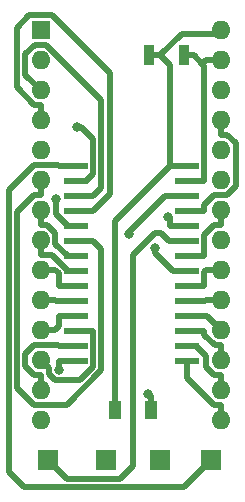
<source format=gbr>
%TF.GenerationSoftware,KiCad,Pcbnew,(5.1.9)-1*%
%TF.CreationDate,2021-09-03T13:00:36+02:00*%
%TF.ProjectId,ZX81 Intern 32K,5a583831-2049-46e7-9465-726e2033324b,rev?*%
%TF.SameCoordinates,Original*%
%TF.FileFunction,Copper,L1,Top*%
%TF.FilePolarity,Positive*%
%FSLAX46Y46*%
G04 Gerber Fmt 4.6, Leading zero omitted, Abs format (unit mm)*
G04 Created by KiCad (PCBNEW (5.1.9)-1) date 2021-09-03 13:00:36*
%MOMM*%
%LPD*%
G01*
G04 APERTURE LIST*
%TA.AperFunction,ComponentPad*%
%ADD10R,1.700000X1.700000*%
%TD*%
%TA.AperFunction,ComponentPad*%
%ADD11R,1.600000X1.600000*%
%TD*%
%TA.AperFunction,ComponentPad*%
%ADD12O,1.600000X1.600000*%
%TD*%
%TA.AperFunction,SMDPad,CuDef*%
%ADD13R,1.000000X1.600000*%
%TD*%
%TA.AperFunction,SMDPad,CuDef*%
%ADD14R,0.900000X1.700000*%
%TD*%
%TA.AperFunction,SMDPad,CuDef*%
%ADD15R,2.000000X0.600000*%
%TD*%
%TA.AperFunction,ViaPad*%
%ADD16C,0.800000*%
%TD*%
%TA.AperFunction,Conductor*%
%ADD17C,0.500000*%
%TD*%
G04 APERTURE END LIST*
D10*
%TO.P,J3,1*%
%TO.N,Net-(J3-Pad1)*%
X116320000Y-108052000D03*
%TD*%
D11*
%TO.P,REF\u002A\u002A,1*%
%TO.N,N/C*%
X110795000Y-71602600D03*
D12*
%TO.P,REF\u002A\u002A,15*%
%TO.N,Net-(U1-Pad15)*%
X126035000Y-104622600D03*
%TO.P,REF\u002A\u002A,2*%
%TO.N,N/C*%
X110795000Y-74142600D03*
%TO.P,REF\u002A\u002A,16*%
%TO.N,Net-(U1-Pad16)*%
X126035000Y-102082600D03*
%TO.P,REF\u002A\u002A,3*%
%TO.N,Net-(U1-Pad3)*%
X110795000Y-76682600D03*
%TO.P,REF\u002A\u002A,17*%
%TO.N,Net-(U1-Pad17)*%
X126035000Y-99542600D03*
%TO.P,REF\u002A\u002A,4*%
%TO.N,Net-(U1-Pad4)*%
X110795000Y-79222600D03*
%TO.P,REF\u002A\u002A,18*%
%TO.N,Net-(U1-Pad18)*%
X126035000Y-97002600D03*
%TO.P,REF\u002A\u002A,5*%
%TO.N,Net-(U1-Pad5)*%
X110795000Y-81762600D03*
%TO.P,REF\u002A\u002A,19*%
%TO.N,Net-(U1-Pad19)*%
X126035000Y-94462600D03*
%TO.P,REF\u002A\u002A,6*%
%TO.N,Net-(U1-Pad6)*%
X110795000Y-84302600D03*
%TO.P,REF\u002A\u002A,20*%
%TO.N,Net-(U1-Pad20)*%
X126035000Y-91922600D03*
%TO.P,REF\u002A\u002A,7*%
%TO.N,Net-(U1-Pad7)*%
X110795000Y-86842600D03*
%TO.P,REF\u002A\u002A,21*%
%TO.N,Net-(U1-Pad21)*%
X126035000Y-89382600D03*
%TO.P,REF\u002A\u002A,8*%
%TO.N,Net-(U1-Pad8)*%
X110795000Y-89382600D03*
%TO.P,REF\u002A\u002A,22*%
%TO.N,Net-(U1-Pad22)*%
X126035000Y-86842600D03*
%TO.P,REF\u002A\u002A,9*%
%TO.N,Net-(U1-Pad9)*%
X110795000Y-91922600D03*
%TO.P,REF\u002A\u002A,23*%
%TO.N,N/C*%
X126035000Y-84302600D03*
%TO.P,REF\u002A\u002A,10*%
%TO.N,Net-(U1-Pad10)*%
X110795000Y-94462600D03*
%TO.P,REF\u002A\u002A,24*%
%TO.N,Net-(U1-Pad24)*%
X126035000Y-81762600D03*
%TO.P,REF\u002A\u002A,11*%
%TO.N,Net-(U1-Pad11)*%
X110795000Y-97002600D03*
%TO.P,REF\u002A\u002A,25*%
%TO.N,Net-(U1-Pad25)*%
X126035000Y-79222600D03*
%TO.P,REF\u002A\u002A,12*%
%TO.N,Net-(U1-Pad12)*%
X110795000Y-99542600D03*
%TO.P,REF\u002A\u002A,26*%
%TO.N,N/C*%
X126035000Y-76682600D03*
%TO.P,REF\u002A\u002A,13*%
%TO.N,Net-(U1-Pad13)*%
X110795000Y-102082600D03*
%TO.P,REF\u002A\u002A,27*%
%TO.N,Net-(R1-Pad2)*%
X126035000Y-74142600D03*
%TO.P,REF\u002A\u002A,14*%
%TO.N,GND*%
X110795000Y-104622600D03*
%TO.P,REF\u002A\u002A,28*%
%TO.N,+5V*%
X126035000Y-71602600D03*
%TD*%
D13*
%TO.P,C1,2*%
%TO.N,GND*%
X120093000Y-103810000D03*
%TO.P,C1,1*%
%TO.N,+5V*%
X117093000Y-103810000D03*
%TD*%
D10*
%TO.P,J1,1*%
%TO.N,Net-(J1-Pad1)*%
X125200000Y-108052000D03*
%TD*%
%TO.P,J2,1*%
%TO.N,Net-(J2-Pad1)*%
X120870000Y-108052000D03*
%TD*%
%TO.P,J4,1*%
%TO.N,Net-(J4-Pad1)*%
X111450000Y-108052000D03*
%TD*%
D14*
%TO.P,R1,2*%
%TO.N,Net-(R1-Pad2)*%
X122887000Y-73761600D03*
%TO.P,R1,1*%
%TO.N,+5V*%
X119987000Y-73761600D03*
%TD*%
D15*
%TO.P,U1,28*%
%TO.N,+5V*%
X123191000Y-83108800D03*
%TO.P,U1,27*%
%TO.N,Net-(R1-Pad2)*%
X123191000Y-84378800D03*
%TO.P,U1,26*%
%TO.N,Net-(J2-Pad1)*%
X123191000Y-85648800D03*
%TO.P,U1,25*%
%TO.N,Net-(U1-Pad25)*%
X123191000Y-86918800D03*
%TO.P,U1,24*%
%TO.N,Net-(U1-Pad24)*%
X123191000Y-88188800D03*
%TO.P,U1,23*%
%TO.N,Net-(J4-Pad1)*%
X123191000Y-89458800D03*
%TO.P,U1,22*%
%TO.N,Net-(U1-Pad22)*%
X123191000Y-90728800D03*
%TO.P,U1,21*%
%TO.N,Net-(U1-Pad21)*%
X123191000Y-91998800D03*
%TO.P,U1,20*%
%TO.N,Net-(U1-Pad20)*%
X123191000Y-93268800D03*
%TO.P,U1,19*%
%TO.N,Net-(U1-Pad19)*%
X123191000Y-94538800D03*
%TO.P,U1,18*%
%TO.N,Net-(U1-Pad18)*%
X123191000Y-95808800D03*
%TO.P,U1,17*%
%TO.N,Net-(U1-Pad17)*%
X123191000Y-97078800D03*
%TO.P,U1,16*%
%TO.N,Net-(U1-Pad16)*%
X123191000Y-98348800D03*
%TO.P,U1,15*%
%TO.N,Net-(U1-Pad15)*%
X123191000Y-99618800D03*
%TO.P,U1,14*%
%TO.N,GND*%
X113791000Y-99618800D03*
%TO.P,U1,13*%
%TO.N,Net-(U1-Pad13)*%
X113791000Y-98348800D03*
%TO.P,U1,12*%
%TO.N,Net-(U1-Pad12)*%
X113791000Y-97078800D03*
%TO.P,U1,11*%
%TO.N,Net-(U1-Pad11)*%
X113791000Y-95808800D03*
%TO.P,U1,10*%
%TO.N,Net-(U1-Pad10)*%
X113791000Y-94538800D03*
%TO.P,U1,9*%
%TO.N,Net-(U1-Pad9)*%
X113791000Y-93268800D03*
%TO.P,U1,8*%
%TO.N,Net-(U1-Pad8)*%
X113791000Y-91998800D03*
%TO.P,U1,7*%
%TO.N,Net-(U1-Pad7)*%
X113791000Y-90728800D03*
%TO.P,U1,6*%
%TO.N,Net-(U1-Pad6)*%
X113791000Y-89458800D03*
%TO.P,U1,5*%
%TO.N,Net-(U1-Pad5)*%
X113791000Y-88188800D03*
%TO.P,U1,4*%
%TO.N,Net-(U1-Pad4)*%
X113791000Y-86918800D03*
%TO.P,U1,3*%
%TO.N,Net-(U1-Pad3)*%
X113791000Y-85648800D03*
%TO.P,U1,2*%
%TO.N,Net-(J3-Pad1)*%
X113791000Y-84378800D03*
%TO.P,U1,1*%
%TO.N,Net-(J1-Pad1)*%
X113791000Y-83108800D03*
%TD*%
D16*
%TO.N,GND*%
X119862500Y-102396000D03*
X112345700Y-100390900D03*
%TO.N,Net-(J2-Pad1)*%
X118260000Y-88880000D03*
%TO.N,Net-(J3-Pad1)*%
X113860000Y-79830000D03*
%TO.N,Net-(U1-Pad24)*%
X121563900Y-87466100D03*
%TO.N,Net-(U1-Pad5)*%
X112118400Y-85875800D03*
%TO.N,Net-(U1-Pad21)*%
X120480000Y-90040000D03*
%TD*%
D17*
%TO.N,GND*%
X120093000Y-102559700D02*
X120026200Y-102559700D01*
X120026200Y-102559700D02*
X119862500Y-102396000D01*
X120093000Y-103810000D02*
X120093000Y-102559700D01*
X112340700Y-99618800D02*
X112340700Y-100385900D01*
X112340700Y-100385900D02*
X112345700Y-100390900D01*
X113791000Y-99618800D02*
X112340700Y-99618800D01*
%TO.N,+5V*%
X121740700Y-83108800D02*
X117093000Y-87756500D01*
X117093000Y-87756500D02*
X117093000Y-103810000D01*
X121915800Y-83108800D02*
X121740700Y-83108800D01*
X123191000Y-83108800D02*
X121915800Y-83108800D01*
X121740700Y-83108800D02*
X121740700Y-74615000D01*
X121740700Y-74615000D02*
X120887300Y-73761600D01*
X119987000Y-73761600D02*
X120887300Y-73761600D01*
X126035000Y-71915100D02*
X122733800Y-71915100D01*
X122733800Y-71915100D02*
X120887300Y-73761600D01*
X126035000Y-71602600D02*
X126035000Y-71915100D01*
%TO.N,Net-(J1-Pad1)*%
X122942000Y-110310000D02*
X125200000Y-108052000D01*
X109380000Y-110310000D02*
X122942000Y-110310000D01*
X108094300Y-109024300D02*
X109380000Y-110310000D01*
X108094300Y-85179400D02*
X108094300Y-109024300D01*
X110221600Y-83052100D02*
X108094300Y-85179400D01*
X112284000Y-83052100D02*
X110221600Y-83052100D01*
X112340700Y-83108800D02*
X112284000Y-83052100D01*
X113791000Y-83108800D02*
X112340700Y-83108800D01*
%TO.N,Net-(J2-Pad1)*%
X123191000Y-85648800D02*
X121301200Y-85648800D01*
X118260000Y-88690000D02*
X118260000Y-88880000D01*
X121301200Y-85648800D02*
X118260000Y-88690000D01*
%TO.N,Net-(J3-Pad1)*%
X115241001Y-83768801D02*
X115241001Y-80841001D01*
X114631002Y-84378800D02*
X115241001Y-83768801D01*
X113791000Y-84378800D02*
X114631002Y-84378800D01*
X114230000Y-79830000D02*
X113860000Y-79830000D01*
X115241001Y-80841001D02*
X114230000Y-79830000D01*
%TO.N,Net-(R1-Pad2)*%
X124476500Y-74450800D02*
X123787300Y-73761600D01*
X124641300Y-84378800D02*
X124641300Y-74615600D01*
X124641300Y-74615600D02*
X124476500Y-74450800D01*
X124476500Y-74450800D02*
X124784700Y-74142600D01*
X126035000Y-74142600D02*
X124784700Y-74142600D01*
X122887000Y-73761600D02*
X123787300Y-73761600D01*
X123191000Y-84378800D02*
X124641300Y-84378800D01*
%TO.N,Net-(U1-Pad25)*%
X126035000Y-79222600D02*
X126035000Y-80472900D01*
X123191000Y-86918800D02*
X124641300Y-86918800D01*
X124641300Y-86918800D02*
X124641300Y-86436100D01*
X124641300Y-86436100D02*
X125504800Y-85572600D01*
X125504800Y-85572600D02*
X126593600Y-85572600D01*
X126593600Y-85572600D02*
X127324600Y-84841600D01*
X127324600Y-84841600D02*
X127324600Y-81218600D01*
X127324600Y-81218600D02*
X126578900Y-80472900D01*
X126578900Y-80472900D02*
X126035000Y-80472900D01*
%TO.N,Net-(U1-Pad24)*%
X123191000Y-88188800D02*
X121740700Y-88188800D01*
X121740700Y-88188800D02*
X121740700Y-87642900D01*
X121740700Y-87642900D02*
X121563900Y-87466100D01*
%TO.N,Net-(U1-Pad22)*%
X126035000Y-86842600D02*
X126035000Y-88092900D01*
X123191000Y-90728800D02*
X124641300Y-90728800D01*
X124641300Y-90728800D02*
X124641300Y-88942700D01*
X124641300Y-88942700D02*
X125491100Y-88092900D01*
X125491100Y-88092900D02*
X126035000Y-88092900D01*
%TO.N,Net-(U1-Pad20)*%
X123191000Y-93268800D02*
X124641300Y-93268800D01*
X126035000Y-91922600D02*
X124784700Y-91922600D01*
X124641300Y-93268800D02*
X124641300Y-92066000D01*
X124641300Y-92066000D02*
X124784700Y-91922600D01*
%TO.N,Net-(U1-Pad19)*%
X126035000Y-94462600D02*
X124784700Y-94462600D01*
X123191000Y-94538800D02*
X124708500Y-94538800D01*
X124708500Y-94538800D02*
X124784700Y-94462600D01*
%TO.N,Net-(U1-Pad18)*%
X123191000Y-95808800D02*
X124841200Y-95808800D01*
X124841200Y-95808800D02*
X126035000Y-97002600D01*
%TO.N,Net-(U1-Pad17)*%
X126035000Y-99542600D02*
X126035000Y-98292300D01*
X123191000Y-97078800D02*
X124641300Y-97078800D01*
X124641300Y-97078800D02*
X124641300Y-97409900D01*
X124641300Y-97409900D02*
X125523700Y-98292300D01*
X125523700Y-98292300D02*
X126035000Y-98292300D01*
%TO.N,Net-(U1-Pad16)*%
X126035000Y-102082600D02*
X126035000Y-100832300D01*
X126035000Y-100832300D02*
X125487900Y-100832300D01*
X125487900Y-100832300D02*
X124784700Y-100129100D01*
X124784700Y-100129100D02*
X124784700Y-99230700D01*
X124784700Y-99230700D02*
X123902800Y-98348800D01*
X123902800Y-98348800D02*
X123191000Y-98348800D01*
%TO.N,Net-(U1-Pad15)*%
X126035000Y-104622600D02*
X126035000Y-103372300D01*
X123191000Y-99618800D02*
X123191000Y-101072200D01*
X123191000Y-101072200D02*
X125491100Y-103372300D01*
X125491100Y-103372300D02*
X126035000Y-103372300D01*
%TO.N,Net-(U1-Pad13)*%
X110795000Y-102082600D02*
X110795000Y-100832300D01*
X113791000Y-98348800D02*
X112340700Y-98348800D01*
X112340700Y-98348800D02*
X112264500Y-98272600D01*
X112264500Y-98272600D02*
X110262400Y-98272600D01*
X110262400Y-98272600D02*
X109505400Y-99029600D01*
X109505400Y-99029600D02*
X109505400Y-100086600D01*
X109505400Y-100086600D02*
X110251100Y-100832300D01*
X110251100Y-100832300D02*
X110795000Y-100832300D01*
%TO.N,Net-(U1-Pad12)*%
X115241300Y-97078800D02*
X115241300Y-100123400D01*
X115241300Y-100123400D02*
X114123300Y-101241400D01*
X114123300Y-101241400D02*
X111989700Y-101241400D01*
X111989700Y-101241400D02*
X111495300Y-100747000D01*
X111495300Y-100747000D02*
X111495300Y-100242900D01*
X111495300Y-100242900D02*
X110795000Y-99542600D01*
X113791000Y-97078800D02*
X115241300Y-97078800D01*
%TO.N,Net-(U1-Pad11)*%
X113791000Y-95808800D02*
X112340700Y-95808800D01*
X110795000Y-97002600D02*
X112045300Y-97002600D01*
X112340700Y-95808800D02*
X112340700Y-96707200D01*
X112340700Y-96707200D02*
X112045300Y-97002600D01*
%TO.N,Net-(U1-Pad10)*%
X110795000Y-94462600D02*
X112045300Y-94462600D01*
X113791000Y-94538800D02*
X112121500Y-94538800D01*
X112121500Y-94538800D02*
X112045300Y-94462600D01*
%TO.N,Net-(U1-Pad9)*%
X113791000Y-93268800D02*
X112340700Y-93268800D01*
X110795000Y-91922600D02*
X112045300Y-91922600D01*
X112340700Y-93268800D02*
X112340700Y-92218000D01*
X112340700Y-92218000D02*
X112045300Y-91922600D01*
%TO.N,Net-(U1-Pad8)*%
X110795000Y-89382600D02*
X110795000Y-90632900D01*
X110795000Y-90632900D02*
X111746100Y-90632900D01*
X111746100Y-90632900D02*
X113112000Y-91998800D01*
X113112000Y-91998800D02*
X113791000Y-91998800D01*
%TO.N,Net-(U1-Pad7)*%
X110795000Y-86842600D02*
X110795000Y-88092900D01*
X110795000Y-88092900D02*
X111342100Y-88092900D01*
X111342100Y-88092900D02*
X112045300Y-88796100D01*
X112045300Y-88796100D02*
X112045300Y-89702000D01*
X112045300Y-89702000D02*
X113072100Y-90728800D01*
X113072100Y-90728800D02*
X113791000Y-90728800D01*
%TO.N,Net-(U1-Pad6)*%
X110795000Y-84302600D02*
X110795000Y-85552900D01*
X113791000Y-89458800D02*
X115241300Y-89458800D01*
X115241300Y-89458800D02*
X115942100Y-90159600D01*
X115942100Y-90159600D02*
X115942100Y-100419800D01*
X115942100Y-100419800D02*
X113009300Y-103352600D01*
X113009300Y-103352600D02*
X110249700Y-103352600D01*
X110249700Y-103352600D02*
X108794600Y-101897500D01*
X108794600Y-101897500D02*
X108794600Y-87009400D01*
X108794600Y-87009400D02*
X110251100Y-85552900D01*
X110251100Y-85552900D02*
X110795000Y-85552900D01*
%TO.N,Net-(U1-Pad5)*%
X113791000Y-88188800D02*
X113109800Y-88188800D01*
X113109800Y-88188800D02*
X112118400Y-87197400D01*
X112118400Y-87197400D02*
X112118400Y-85875800D01*
%TO.N,Net-(U1-Pad4)*%
X110795000Y-79222600D02*
X110795000Y-77972300D01*
X113791000Y-86918800D02*
X115241300Y-86918800D01*
X115241300Y-86918800D02*
X116652400Y-85507700D01*
X116652400Y-85507700D02*
X116652400Y-75218700D01*
X116652400Y-75218700D02*
X111785900Y-70352200D01*
X111785900Y-70352200D02*
X109805000Y-70352200D01*
X109805000Y-70352200D02*
X108756100Y-71401100D01*
X108756100Y-71401100D02*
X108756100Y-76477300D01*
X108756100Y-76477300D02*
X110251100Y-77972300D01*
X110251100Y-77972300D02*
X110795000Y-77972300D01*
%TO.N,Net-(U1-Pad3)*%
X113791000Y-85648800D02*
X115241300Y-85648800D01*
X115241300Y-85648800D02*
X115941600Y-84948500D01*
X115941600Y-84948500D02*
X115941600Y-77520400D01*
X115941600Y-77520400D02*
X111274200Y-72853000D01*
X111274200Y-72853000D02*
X110311400Y-72853000D01*
X110311400Y-72853000D02*
X109505400Y-73659000D01*
X109505400Y-73659000D02*
X109505400Y-75393000D01*
X109505400Y-75393000D02*
X110795000Y-76682600D01*
%TO.N,Net-(U1-Pad21)*%
X123191000Y-91998800D02*
X121978800Y-91998800D01*
X120480000Y-90500000D02*
X120480000Y-90040000D01*
X121978800Y-91998800D02*
X120480000Y-90500000D01*
%TO.N,Net-(J4-Pad1)*%
X121691000Y-89458800D02*
X120992200Y-88760000D01*
X123191000Y-89458800D02*
X121691000Y-89458800D01*
X120501998Y-88760000D02*
X118620000Y-90641998D01*
X120992200Y-88760000D02*
X120501998Y-88760000D01*
X118620000Y-90641998D02*
X118620000Y-108500000D01*
X118620000Y-108500000D02*
X117510010Y-109609990D01*
X113007990Y-109609990D02*
X111450000Y-108052000D01*
X117510010Y-109609990D02*
X113007990Y-109609990D01*
%TD*%
M02*

</source>
